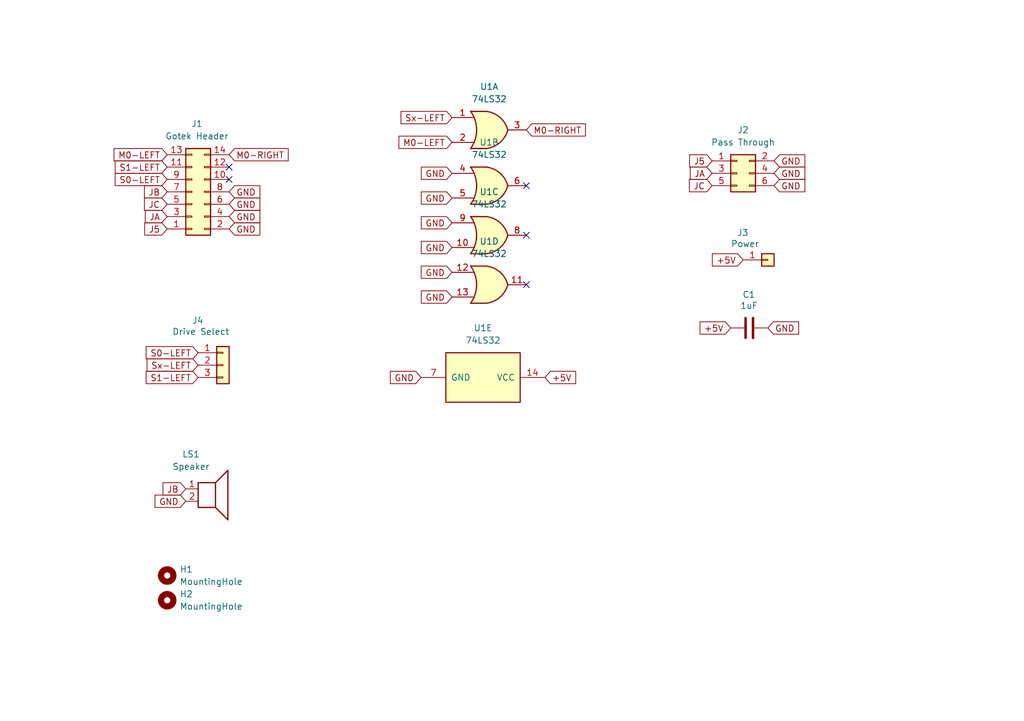
<source format=kicad_sch>
(kicad_sch (version 20250114) (generator "eeschema") (generator_version "9.0")
  (paper "A5")
  (title_block (title "PCW Gotek Mod") (date "2025-08-29") (rev "v0.6") (comment 1 "Licensed under CERN Open Hardware Licence Version 2: CERN-OHL-S") (comment 2 "©2025 Nick J. Date") (comment 4 "https://github.com/SanPollo/PCWGotekMod"))
  (lib_symbols
    (symbol "74xx:74LS32" (pin_names (offset 1.016))
      (property "Reference" "U" (at 0 1.27 0))
      (property "Value" "74LS32" (at 0 -1.27 0))
      (symbol "74LS32_1_1"
        (arc (start -3.81 3.81) (mid -2.589 0) (end -3.81 -3.81) (stroke (width 0.254)))
        (polyline (pts (xy -3.81 3.81) (xy -0.635 3.81)) (stroke (width 0.254)) (fill (type background)))
        (polyline (pts (xy -3.81 -3.81) (xy -0.635 -3.81)) (stroke (width 0.254)) (fill (type background)))
        (arc (start 3.81 0) (mid 2.1855 -2.584) (end -0.6096 -3.81) (stroke (width 0.254)) (fill (type background)))
        (arc (start -0.6096 3.81) (mid 2.1928 2.5924) (end 3.81 0) (stroke (width 0.254)) (fill (type background)))
        (polyline (pts (xy -0.635 3.81) (xy -3.81 3.81) (xy -3.81 3.81) (xy -3.556 3.4036) (xy -3.0226 2.2606) (xy -2.6924 1.0414) (xy -2.6162 -0.254) (xy -2.7686 -1.4986) (xy -3.175 -2.7178) (xy -3.81 -3.81) (xy -3.81 -3.81) (xy -0.635 -3.81)) (stroke (width -25.4)) (fill (type background)))
        (pin input line (at -7.62 2.54 0) (length 4.318) (name "~") (number "1"))
        (pin input line (at -7.62 -2.54 0) (length 4.318) (name "~") (number "2"))
        (pin output line (at 7.62 0 180) (length 3.81) (name "~") (number "3"))
      )
      (symbol "74LS32_1_2"
        (arc (start 0 3.81) (mid 3.7934 0) (end 0 -3.81) (stroke (width 0.254)) (fill (type background)))
        (polyline (pts (xy 0 3.81) (xy -3.81 3.81) (xy -3.81 -3.81) (xy 0 -3.81)) (stroke (width 0.254)) (fill (type background)))
        (pin input inverted (at -7.62 2.54 0) (length 3.81) (name "~") (number "1"))
        (pin input inverted (at -7.62 -2.54 0) (length 3.81) (name "~") (number "2"))
        (pin output inverted (at 7.62 0 180) (length 3.81) (name "~") (number "3"))
      )
      (symbol "74LS32_2_1"
        (arc (start -3.81 3.81) (mid -2.589 0) (end -3.81 -3.81) (stroke (width 0.254)))
        (polyline (pts (xy -3.81 3.81) (xy -0.635 3.81)) (stroke (width 0.254)) (fill (type background)))
        (polyline (pts (xy -3.81 -3.81) (xy -0.635 -3.81)) (stroke (width 0.254)) (fill (type background)))
        (arc (start 3.81 0) (mid 2.1855 -2.584) (end -0.6096 -3.81) (stroke (width 0.254)) (fill (type background)))
        (arc (start -0.6096 3.81) (mid 2.1928 2.5924) (end 3.81 0) (stroke (width 0.254)) (fill (type background)))
        (polyline (pts (xy -0.635 3.81) (xy -3.81 3.81) (xy -3.81 3.81) (xy -3.556 3.4036) (xy -3.0226 2.2606) (xy -2.6924 1.0414) (xy -2.6162 -0.254) (xy -2.7686 -1.4986) (xy -3.175 -2.7178) (xy -3.81 -3.81) (xy -3.81 -3.81) (xy -0.635 -3.81)) (stroke (width -25.4)) (fill (type background)))
        (pin input line (at -7.62 2.54 0) (length 4.318) (name "~") (number "4"))
        (pin input line (at -7.62 -2.54 0) (length 4.318) (name "~") (number "5"))
        (pin output line (at 7.62 0 180) (length 3.81) (name "~") (number "6"))
      )
      (symbol "74LS32_2_2"
        (arc (start 0 3.81) (mid 3.7934 0) (end 0 -3.81) (stroke (width 0.254)) (fill (type background)))
        (polyline (pts (xy 0 3.81) (xy -3.81 3.81) (xy -3.81 -3.81) (xy 0 -3.81)) (stroke (width 0.254)) (fill (type background)))
        (pin input inverted (at -7.62 2.54 0) (length 3.81) (name "~") (number "4"))
        (pin input inverted (at -7.62 -2.54 0) (length 3.81) (name "~") (number "5"))
        (pin output inverted (at 7.62 0 180) (length 3.81) (name "~") (number "6"))
      )
      (symbol "74LS32_3_1"
        (arc (start -3.81 3.81) (mid -2.589 0) (end -3.81 -3.81) (stroke (width 0.254)))
        (polyline (pts (xy -3.81 3.81) (xy -0.635 3.81)) (stroke (width 0.254)) (fill (type background)))
        (polyline (pts (xy -3.81 -3.81) (xy -0.635 -3.81)) (stroke (width 0.254)) (fill (type background)))
        (arc (start 3.81 0) (mid 2.1855 -2.584) (end -0.6096 -3.81) (stroke (width 0.254)) (fill (type background)))
        (arc (start -0.6096 3.81) (mid 2.1928 2.5924) (end 3.81 0) (stroke (width 0.254)) (fill (type background)))
        (polyline (pts (xy -0.635 3.81) (xy -3.81 3.81) (xy -3.81 3.81) (xy -3.556 3.4036) (xy -3.0226 2.2606) (xy -2.6924 1.0414) (xy -2.6162 -0.254) (xy -2.7686 -1.4986) (xy -3.175 -2.7178) (xy -3.81 -3.81) (xy -3.81 -3.81) (xy -0.635 -3.81)) (stroke (width -25.4)) (fill (type background)))
        (pin input line (at -7.62 2.54 0) (length 4.318) (name "~") (number "9"))
        (pin input line (at -7.62 -2.54 0) (length 4.318) (name "~") (number "10"))
        (pin output line (at 7.62 0 180) (length 3.81) (name "~") (number "8"))
      )
      (symbol "74LS32_3_2"
        (arc (start 0 3.81) (mid 3.7934 0) (end 0 -3.81) (stroke (width 0.254)) (fill (type background)))
        (polyline (pts (xy 0 3.81) (xy -3.81 3.81) (xy -3.81 -3.81) (xy 0 -3.81)) (stroke (width 0.254)) (fill (type background)))
        (pin input inverted (at -7.62 2.54 0) (length 3.81) (name "~") (number "9"))
        (pin input inverted (at -7.62 -2.54 0) (length 3.81) (name "~") (number "10"))
        (pin output inverted (at 7.62 0 180) (length 3.81) (name "~") (number "8"))
      )
      (symbol "74LS32_4_1"
        (arc (start -3.81 3.81) (mid -2.589 0) (end -3.81 -3.81) (stroke (width 0.254)))
        (polyline (pts (xy -3.81 3.81) (xy -0.635 3.81)) (stroke (width 0.254)) (fill (type background)))
        (polyline (pts (xy -3.81 -3.81) (xy -0.635 -3.81)) (stroke (width 0.254)) (fill (type background)))
        (arc (start 3.81 0) (mid 2.1855 -2.584) (end -0.6096 -3.81) (stroke (width 0.254)) (fill (type background)))
        (arc (start -0.6096 3.81) (mid 2.1928 2.5924) (end 3.81 0) (stroke (width 0.254)) (fill (type background)))
        (polyline (pts (xy -0.635 3.81) (xy -3.81 3.81) (xy -3.81 3.81) (xy -3.556 3.4036) (xy -3.0226 2.2606) (xy -2.6924 1.0414) (xy -2.6162 -0.254) (xy -2.7686 -1.4986) (xy -3.175 -2.7178) (xy -3.81 -3.81) (xy -3.81 -3.81) (xy -0.635 -3.81)) (stroke (width -25.4)) (fill (type background)))
        (pin input line (at -7.62 2.54 0) (length 4.318) (name "~") (number "12"))
        (pin input line (at -7.62 -2.54 0) (length 4.318) (name "~") (number "13"))
        (pin output line (at 7.62 0 180) (length 3.81) (name "~") (number "11"))
      )
      (symbol "74LS32_4_2"
        (arc (start 0 3.81) (mid 3.7934 0) (end 0 -3.81) (stroke (width 0.254)) (fill (type background)))
        (polyline (pts (xy 0 3.81) (xy -3.81 3.81) (xy -3.81 -3.81) (xy 0 -3.81)) (stroke (width 0.254)) (fill (type background)))
        (pin input inverted (at -7.62 2.54 0) (length 3.81) (name "~") (number "12"))
        (pin input inverted (at -7.62 -2.54 0) (length 3.81) (name "~") (number "13"))
        (pin output inverted (at 7.62 0 180) (length 3.81) (name "~") (number "11"))
      )
      (symbol "74LS32_5_0"
        (pin power_in line (at 0 12.7 270) (length 5.08) (name "VCC") (number "14"))
        (pin power_in line (at 0 -12.7 90) (length 5.08) (name "GND") (number "7"))
      )
      (symbol "74LS32_5_1"
        (rectangle (start -5.08 7.62) (end 5.08 -7.62) (stroke (width 0.254)) (fill (type background)))
      )
    )
    (symbol "Connector_Generic:Conn_01x01" (pin_names (offset 1.016) (hide yes))
      (property "Reference" "J" (at 0 2.54 0))
      (property "Value" "Conn_01x01" (at 0 -2.54 0))
      (symbol "Conn_01x01_1_1"
        (rectangle (start -1.27 1.27) (end 1.27 -1.27) (stroke (width 0.254)) (fill (type background)))
        (rectangle (start -1.27 0.127) (end 0 -0.127) (stroke (width 0.1524)))
        (pin passive line (at -5.08 0 0) (length 3.81) (name "Pin_1") (number "1"))
      )
    )
    (symbol "Connector_Generic:Conn_01x03" (pin_names (offset 1.016) (hide yes))
      (property "Reference" "J" (at 0 5.08 0))
      (property "Value" "Conn_01x03" (at 0 -5.08 0))
      (symbol "Conn_01x03_1_1"
        (rectangle (start -1.27 3.81) (end 1.27 -3.81) (stroke (width 0.254)) (fill (type background)))
        (rectangle (start -1.27 2.667) (end 0 2.413) (stroke (width 0.1524)))
        (rectangle (start -1.27 0.127) (end 0 -0.127) (stroke (width 0.1524)))
        (rectangle (start -1.27 -2.413) (end 0 -2.667) (stroke (width 0.1524)))
        (pin passive line (at -5.08 2.54 0) (length 3.81) (name "Pin_1") (number "1"))
        (pin passive line (at -5.08 0 0) (length 3.81) (name "Pin_2") (number "2"))
        (pin passive line (at -5.08 -2.54 0) (length 3.81) (name "Pin_3") (number "3"))
      )
    )
    (symbol "Connector_Generic:Conn_02x03_Odd_Even" (pin_names (offset 1.016) (hide yes))
      (property "Reference" "J" (at 1.27 5.08 0))
      (property "Value" "Conn_02x03_Odd_Even" (at 1.27 -5.08 0))
      (symbol "Conn_02x03_Odd_Even_1_1"
        (rectangle (start -1.27 3.81) (end 3.81 -3.81) (stroke (width 0.254)) (fill (type background)))
        (rectangle (start -1.27 2.667) (end 0 2.413) (stroke (width 0.1524)))
        (rectangle (start -1.27 0.127) (end 0 -0.127) (stroke (width 0.1524)))
        (rectangle (start -1.27 -2.413) (end 0 -2.667) (stroke (width 0.1524)))
        (rectangle (start 3.81 2.667) (end 2.54 2.413) (stroke (width 0.1524)))
        (rectangle (start 3.81 0.127) (end 2.54 -0.127) (stroke (width 0.1524)))
        (rectangle (start 3.81 -2.413) (end 2.54 -2.667) (stroke (width 0.1524)))
        (pin passive line (at -5.08 2.54 0) (length 3.81) (name "Pin_1") (number "1"))
        (pin passive line (at -5.08 0 0) (length 3.81) (name "Pin_3") (number "3"))
        (pin passive line (at -5.08 -2.54 0) (length 3.81) (name "Pin_5") (number "5"))
        (pin passive line (at 7.62 2.54 180) (length 3.81) (name "Pin_2") (number "2"))
        (pin passive line (at 7.62 0 180) (length 3.81) (name "Pin_4") (number "4"))
        (pin passive line (at 7.62 -2.54 180) (length 3.81) (name "Pin_6") (number "6"))
      )
    )
    (symbol "Connector_Generic:Conn_02x07_Odd_Even" (pin_names (offset 1.016) (hide yes))
      (property "Reference" "J" (at 1.27 10.16 0))
      (property "Value" "Conn_02x07_Odd_Even" (at 1.27 -10.16 0))
      (symbol "Conn_02x07_Odd_Even_1_1"
        (rectangle (start -1.27 8.89) (end 3.81 -8.89) (stroke (width 0.254)) (fill (type background)))
        (rectangle (start -1.27 7.747) (end 0 7.493) (stroke (width 0.1524)))
        (rectangle (start -1.27 5.207) (end 0 4.953) (stroke (width 0.1524)))
        (rectangle (start -1.27 2.667) (end 0 2.413) (stroke (width 0.1524)))
        (rectangle (start -1.27 0.127) (end 0 -0.127) (stroke (width 0.1524)))
        (rectangle (start -1.27 -2.413) (end 0 -2.667) (stroke (width 0.1524)))
        (rectangle (start -1.27 -4.953) (end 0 -5.207) (stroke (width 0.1524)))
        (rectangle (start -1.27 -7.493) (end 0 -7.747) (stroke (width 0.1524)))
        (rectangle (start 3.81 7.747) (end 2.54 7.493) (stroke (width 0.1524)))
        (rectangle (start 3.81 5.207) (end 2.54 4.953) (stroke (width 0.1524)))
        (rectangle (start 3.81 2.667) (end 2.54 2.413) (stroke (width 0.1524)))
        (rectangle (start 3.81 0.127) (end 2.54 -0.127) (stroke (width 0.1524)))
        (rectangle (start 3.81 -2.413) (end 2.54 -2.667) (stroke (width 0.1524)))
        (rectangle (start 3.81 -4.953) (end 2.54 -5.207) (stroke (width 0.1524)))
        (rectangle (start 3.81 -7.493) (end 2.54 -7.747) (stroke (width 0.1524)))
        (pin passive line (at -5.08 7.62 0) (length 3.81) (name "Pin_1") (number "1"))
        (pin passive line (at -5.08 5.08 0) (length 3.81) (name "Pin_3") (number "3"))
        (pin passive line (at -5.08 2.54 0) (length 3.81) (name "Pin_5") (number "5"))
        (pin passive line (at -5.08 0 0) (length 3.81) (name "Pin_7") (number "7"))
        (pin passive line (at -5.08 -2.54 0) (length 3.81) (name "Pin_9") (number "9"))
        (pin passive line (at -5.08 -5.08 0) (length 3.81) (name "Pin_11") (number "11"))
        (pin passive line (at -5.08 -7.62 0) (length 3.81) (name "Pin_13") (number "13"))
        (pin passive line (at 7.62 7.62 180) (length 3.81) (name "Pin_2") (number "2"))
        (pin passive line (at 7.62 5.08 180) (length 3.81) (name "Pin_4") (number "4"))
        (pin passive line (at 7.62 2.54 180) (length 3.81) (name "Pin_6") (number "6"))
        (pin passive line (at 7.62 0 180) (length 3.81) (name "Pin_8") (number "8"))
        (pin passive line (at 7.62 -2.54 180) (length 3.81) (name "Pin_10") (number "10"))
        (pin passive line (at 7.62 -5.08 180) (length 3.81) (name "Pin_12") (number "12"))
        (pin passive line (at 7.62 -7.62 180) (length 3.81) (name "Pin_14") (number "14"))
      )
    )
    (symbol "Device:C" (pin_numbers (hide yes)) (pin_names (offset 0.254))
      (property "Reference" "C" (at 0.635 2.54 0))
      (property "Value" "C" (at 0.635 -2.54 0))
      (symbol "C_0_1"
        (polyline (pts (xy -2.032 0.762) (xy 2.032 0.762)) (stroke (width 0.508)))
        (polyline (pts (xy -2.032 -0.762) (xy 2.032 -0.762)) (stroke (width 0.508)))
      )
      (symbol "C_1_1"
        (pin passive line (at 0 3.81 270) (length 2.794) (name "~") (number "1"))
        (pin passive line (at 0 -3.81 90) (length 2.794) (name "~") (number "2"))
      )
    )
    (symbol "Device:Speaker" (pin_names (offset 0) (hide yes))
      (property "Reference" "LS" (at 1.27 5.715 0))
      (property "Value" "Speaker" (at 1.27 3.81 0))
      (symbol "Speaker_0_0"
        (rectangle (start -2.54 1.27) (end 1.016 -3.81) (stroke (width 0.254)))
        (polyline (pts (xy 1.016 1.27) (xy 3.556 3.81) (xy 3.556 -6.35) (xy 1.016 -3.81)) (stroke (width 0.254)))
      )
      (symbol "Speaker_1_1"
        (pin input line (at -5.08 0 0) (length 2.54) (name "1") (number "1"))
        (pin input line (at -5.08 -2.54 0) (length 2.54) (name "2") (number "2"))
      )
    )
    (symbol "Mechanical:MountingHole" (pin_names (offset 1.016)) (in_bom no)
      (property "Reference" "H" (at 0 5.08 0))
      (property "Value" "MountingHole" (at 0 3.175 0))
      (symbol "MountingHole_0_1"
        (circle (center 0 0) (radius 1.27) (stroke (width 1.27)))
      )
    )
  )
  (no_connect (at 46.99 36.83))
  (no_connect (at 107.95 58.42))
  (no_connect (at 107.95 48.26))
  (no_connect (at 46.99 34.29))
  (no_connect (at 107.95 38.1))
  (global_label "GND" (shape input) (at 46.99 46.99 0) (property "Intersheetrefs" "${INTERSHEET_REFS}" (effects (hide yes))))
  (global_label "M0-RIGHT" (shape input) (at 107.95 26.67 0) (property "Intersheetrefs" "${INTERSHEET_REFS}" (effects (hide yes))))
  (global_label "M0-LEFT" (shape input) (at 34.29 31.75 180) (property "Intersheetrefs" "${INTERSHEET_REFS}" (effects (hide yes))))
  (global_label "M0-RIGHT" (shape input) (at 46.99 31.75 0) (property "Intersheetrefs" "${INTERSHEET_REFS}" (effects (hide yes))))
  (global_label "JA" (shape input) (at 34.29 44.45 180) (property "Intersheetrefs" "${INTERSHEET_REFS}" (effects (hide yes))))
  (global_label "JB" (shape input) (at 38.1 100.33 180) (property "Intersheetrefs" "${INTERSHEET_REFS}" (effects (hide yes))))
  (global_label "J5" (shape input) (at 146.05 33.02 180) (property "Intersheetrefs" "${INTERSHEET_REFS}" (effects (hide yes))))
  (global_label "GND" (shape input) (at 92.71 45.72 180) (property "Intersheetrefs" "${INTERSHEET_REFS}" (effects (hide yes))))
  (global_label "GND" (shape input) (at 92.71 35.56 180) (property "Intersheetrefs" "${INTERSHEET_REFS}" (effects (hide yes))))
  (global_label "+5V" (shape input) (at 152.4 53.34 180) (property "Intersheetrefs" "${INTERSHEET_REFS}" (effects (hide yes))))
  (global_label "S0-LEFT" (shape input) (at 40.64 72.39 180) (property "Intersheetrefs" "${INTERSHEET_REFS}" (effects (hide yes))))
  (global_label "GND" (shape input) (at 158.75 35.56 0) (property "Intersheetrefs" "${INTERSHEET_REFS}" (effects (hide yes))))
  (global_label "Sx-LEFT" (shape input) (at 40.64 74.93 180) (property "Intersheetrefs" "${INTERSHEET_REFS}" (effects (hide yes))))
  (global_label "JC" (shape input) (at 34.29 41.91 180) (property "Intersheetrefs" "${INTERSHEET_REFS}" (effects (hide yes))))
  (global_label "GND" (shape input) (at 92.71 50.8 180) (property "Intersheetrefs" "${INTERSHEET_REFS}" (effects (hide yes))))
  (global_label "GND" (shape input) (at 38.1 102.87 180) (property "Intersheetrefs" "${INTERSHEET_REFS}" (effects (hide yes))))
  (global_label "M0-LEFT" (shape input) (at 92.71 29.21 180) (property "Intersheetrefs" "${INTERSHEET_REFS}" (effects (hide yes))))
  (global_label "S0-LEFT" (shape input) (at 34.29 36.83 180) (property "Intersheetrefs" "${INTERSHEET_REFS}" (effects (hide yes))))
  (global_label "GND" (shape input) (at 46.99 39.37 0) (property "Intersheetrefs" "${INTERSHEET_REFS}" (effects (hide yes))))
  (global_label "GND" (shape input) (at 92.71 55.88 180) (property "Intersheetrefs" "${INTERSHEET_REFS}" (effects (hide yes))))
  (global_label "GND" (shape input) (at 157.48 67.31 0) (property "Intersheetrefs" "${INTERSHEET_REFS}" (effects (hide yes))))
  (global_label "JC" (shape input) (at 146.05 38.1 180) (property "Intersheetrefs" "${INTERSHEET_REFS}" (effects (hide yes))))
  (global_label "GND" (shape input) (at 158.75 38.1 0) (property "Intersheetrefs" "${INTERSHEET_REFS}" (effects (hide yes))))
  (global_label "GND" (shape input) (at 92.71 60.96 180) (property "Intersheetrefs" "${INTERSHEET_REFS}" (effects (hide yes))))
  (global_label "GND" (shape input) (at 158.75 33.02 0) (property "Intersheetrefs" "${INTERSHEET_REFS}" (effects (hide yes))))
  (global_label "JA" (shape input) (at 146.05 35.56 180) (property "Intersheetrefs" "${INTERSHEET_REFS}" (effects (hide yes))))
  (global_label "Sx-LEFT" (shape input) (at 92.71 24.13 180) (property "Intersheetrefs" "${INTERSHEET_REFS}" (effects (hide yes))))
  (global_label "GND" (shape input) (at 46.99 41.91 0) (property "Intersheetrefs" "${INTERSHEET_REFS}" (effects (hide yes))))
  (global_label "JB" (shape input) (at 34.29 39.37 180) (property "Intersheetrefs" "${INTERSHEET_REFS}" (effects (hide yes))))
  (global_label "S1-LEFT" (shape input) (at 40.64 77.47 180) (property "Intersheetrefs" "${INTERSHEET_REFS}" (effects (hide yes))))
  (global_label "+5V" (shape input) (at 149.86 67.31 180) (property "Intersheetrefs" "${INTERSHEET_REFS}" (effects (hide yes))))
  (global_label "GND" (shape input) (at 92.71 40.64 180) (property "Intersheetrefs" "${INTERSHEET_REFS}" (effects (hide yes))))
  (global_label "S1-LEFT" (shape input) (at 34.29 34.29 180) (property "Intersheetrefs" "${INTERSHEET_REFS}" (effects (hide yes))))
  (global_label "+5V" (shape input) (at 111.76 77.47 0) (property "Intersheetrefs" "${INTERSHEET_REFS}" (effects (hide yes))))
  (global_label "J5" (shape input) (at 34.29 46.99 180) (property "Intersheetrefs" "${INTERSHEET_REFS}" (effects (hide yes))))
  (global_label "GND" (shape input) (at 86.36 77.47 180) (property "Intersheetrefs" "${INTERSHEET_REFS}" (effects (hide yes))))
  (global_label "GND" (shape input) (at 46.99 44.45 0) (property "Intersheetrefs" "${INTERSHEET_REFS}" (effects (hide yes))))
  (symbol (lib_id "74xx:74LS32") (at 100.33 58.42 0) (unit 4)
    (property "Reference" "U1" (at 100.33 49.53 0))
    (property "Value" "74LS32" (at 100.33 52.07 0))
    (property "Footprint" "Package_DIP:DIP-14_W7.62mm" (effects (hide yes)))
    (property "Datasheet" "http://www.ti.com/lit/gpn/sn74LS32" (effects (hide yes)))
    (property "Description" "Quad 2-input OR" (effects (hide yes)))
  )
  (symbol (lib_id "74xx:74LS32") (at 100.33 38.1 0) (unit 2)
    (property "Reference" "U1" (at 100.33 29.21 0))
    (property "Value" "74LS32" (at 100.33 31.75 0))
    (property "Footprint" "Package_DIP:DIP-14_W7.62mm" (effects (hide yes)))
    (property "Datasheet" "http://www.ti.com/lit/gpn/sn74LS32" (effects (hide yes)))
    (property "Description" "Quad 2-input OR" (effects (hide yes)))
  )
  (symbol (lib_id "Mechanical:MountingHole") (at 34.29 123.19 0) (unit 1) (in_bom no)
    (property "Reference" "H2" (at 36.83 121.9199 0) (effects (justify left)))
    (property "Value" "MountingHole" (at 36.83 124.4599 0) (effects (justify left)))
    (property "Footprint" "MountingHole:MountingHole_2.2mm_M2_Pad" (effects (hide yes)))
    (property "Description" "Mounting Hole without connection" (effects (hide yes)))
  )
  (symbol (lib_id "Device:C") (at 153.67 67.31 90) (unit 1)
    (property "Reference" "C1" (at 154.94 60.452 90) (effects (justify left)))
    (property "Value" "1uF" (at 155.448 62.738 90) (effects (justify left)))
    (property "Footprint" "Capacitor_THT:C_Disc_D3.0mm_W2.0mm_P2.50mm" (effects (hide yes)))
    (property "Description" "Unpolarized capacitor" (effects (hide yes)))
  )
  (symbol (lib_id "Connector_Generic:Conn_01x01") (at 157.48 53.34 0) (unit 1)
    (property "Reference" "J3" (at 151.13 47.752 0) (effects (justify left)))
    (property "Value" "Power" (at 149.86 50.038 0) (effects (justify left)))
    (property "Footprint" "Connector_PinHeader_2.54mm:PinHeader_1x01_P2.54mm_Vertical" (effects (hide yes)))
    (property "Description" "Generic connector, single row, 01x01, script generated (kicad-library-utils/schlib/autogen/connector/)" (effects (hide yes)))
  )
  (symbol (lib_id "74xx:74LS32") (at 100.33 48.26 0) (unit 3)
    (property "Reference" "U1" (at 100.33 39.37 0))
    (property "Value" "74LS32" (at 100.33 41.91 0))
    (property "Footprint" "Package_DIP:DIP-14_W7.62mm" (effects (hide yes)))
    (property "Datasheet" "http://www.ti.com/lit/gpn/sn74LS32" (effects (hide yes)))
    (property "Description" "Quad 2-input OR" (effects (hide yes)))
  )
  (symbol (lib_id "74xx:74LS32") (at 99.06 77.47 270) (unit 5)
    (property "Reference" "U1" (at 99.06 67.31 90))
    (property "Value" "74LS32" (at 99.06 69.85 90))
    (property "Footprint" "Package_DIP:DIP-14_W7.62mm" (effects (hide yes)))
    (property "Datasheet" "http://www.ti.com/lit/gpn/sn74LS32" (effects (hide yes)))
    (property "Description" "Quad 2-input OR" (effects (hide yes)))
  )
  (symbol (lib_id "Connector_Generic:Conn_02x07_Odd_Even") (at 39.37 39.37 0) (mirror x) (unit 1)
    (property "Reference" "J1" (at 40.386 25.4 0))
    (property "Value" "Gotek Header" (at 40.386 27.94 0))
    (property "Footprint" "Connector_PinSocket_2.54mm:PinSocket_2x07_P2.54mm_Vertical" (effects (hide yes)))
    (property "Description" "Generic connector, double row, 02x07, odd/even pin numbering scheme (row 1 odd numbers, row 2 even numbers), script generated (kicad-library-utils/schlib/autogen/connector/)" (effects (hide yes)))
  )
  (symbol (lib_id "Mechanical:MountingHole") (at 34.29 118.11 0) (unit 1) (in_bom no)
    (property "Reference" "H1" (at 36.83 116.8399 0) (effects (justify left)))
    (property "Value" "MountingHole" (at 36.83 119.3799 0) (effects (justify left)))
    (property "Footprint" "MountingHole:MountingHole_2.2mm_M2_Pad" (effects (hide yes)))
    (property "Description" "Mounting Hole without connection" (effects (hide yes)))
  )
  (symbol (lib_id "74xx:74LS32") (at 100.33 26.67 0) (unit 1)
    (property "Reference" "U1" (at 100.33 17.78 0))
    (property "Value" "74LS32" (at 100.33 20.32 0))
    (property "Footprint" "Package_DIP:DIP-14_W7.62mm" (effects (hide yes)))
    (property "Datasheet" "http://www.ti.com/lit/gpn/sn74LS32" (effects (hide yes)))
    (property "Description" "Quad 2-input OR" (effects (hide yes)))
  )
  (symbol (lib_id "Connector_Generic:Conn_01x03") (at 45.72 74.93 0) (unit 1)
    (property "Reference" "J4" (at 39.37 65.786 0) (effects (justify left)))
    (property "Value" "Drive Select" (at 35.306 68.072 0) (effects (justify left)))
    (property "Footprint" "Connector_PinHeader_2.54mm:PinHeader_1x03_P2.54mm_Vertical" (effects (hide yes)))
    (property "Description" "Generic connector, single row, 01x03, script generated (kicad-library-utils/schlib/autogen/connector/)" (effects (hide yes)))
  )
  (symbol (lib_id "Device:Speaker") (at 43.18 100.33 0) (unit 1)
    (property "Reference" "LS1" (at 37.338 93.218 0) (effects (justify left)))
    (property "Value" "Speaker" (at 35.306 95.758 0) (effects (justify left)))
    (property "Footprint" "Buzzer_Beeper:Buzzer_12x9.5RM7.6" (effects (hide yes)))
    (property "Description" "Speaker" (effects (hide yes)))
  )
  (symbol (lib_id "Connector_Generic:Conn_02x03_Odd_Even") (at 151.13 35.56 0) (unit 1)
    (property "Reference" "J2" (at 152.4 26.67 0))
    (property "Value" "Pass Through" (at 152.4 29.21 0))
    (property "Footprint" "Connector_PinHeader_2.54mm:PinHeader_2x03_P2.54mm_Vertical" (effects (hide yes)))
    (property "Description" "Generic connector, double row, 02x03, odd/even pin numbering scheme (row 1 odd numbers, row 2 even numbers), script generated (kicad-library-utils/schlib/autogen/connector/)" (effects (hide yes)))
  )
)
</source>
